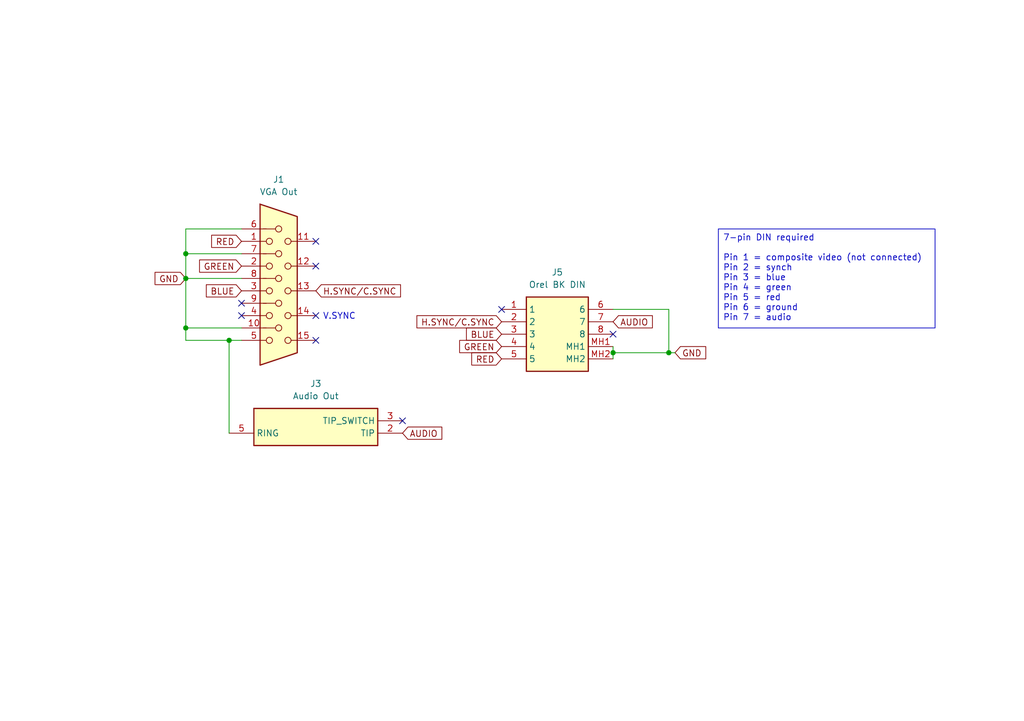
<source format=kicad_sch>
(kicad_sch (version 20250114) (generator "eeschema") (generator_version "9.0")
  (paper "A5")
  (title_block (title "Moldova (Red) BYTE DIN to VGA") (date "20/NOV/2025") (rev "A") (company "Brett Hallen") (comment 1 "www.youtube.com/@Brfff"))
  (lib_symbols
    (symbol "Clueless_Engineer:671-0801"
      (property "Reference" "J" (at 19.05 7.62 0))
      (property "Value" "671-0801" (at 19.05 5.08 0))
      (symbol "671-0801_1_1"
        (rectangle (start 5.08 2.54) (end 17.78 -12.7) (stroke (width 0.254)) (fill (type background)))
        (pin passive line (at 0 0 0) (length 5.08) (name "1") (number "1"))
        (pin passive line (at 0 -2.54 0) (length 5.08) (name "2") (number "2"))
        (pin passive line (at 0 -5.08 0) (length 5.08) (name "3") (number "3"))
        (pin passive line (at 0 -7.62 0) (length 5.08) (name "4") (number "4"))
        (pin passive line (at 0 -10.16 0) (length 5.08) (name "5") (number "5"))
        (pin passive line (at 22.86 0 180) (length 5.08) (name "6") (number "6"))
        (pin passive line (at 22.86 -2.54 180) (length 5.08) (name "7") (number "7"))
        (pin passive line (at 22.86 -5.08 180) (length 5.08) (name "8") (number "8"))
        (pin passive line (at 22.86 -7.62 180) (length 5.08) (name "MH1") (number "MH1"))
        (pin passive line (at 22.86 -10.16 180) (length 5.08) (name "MH2") (number "MH2"))
      )
    )
    (symbol "Clueless_Engineer:SJ3-350820B-TR"
      (property "Reference" "J" (at 31.75 7.62 0))
      (property "Value" "SJ3-350820B-TR" (at 31.75 5.08 0))
      (symbol "SJ3-350820B-TR_1_1"
        (rectangle (start 5.08 2.54) (end 30.48 -5.08) (stroke (width 0.254)) (fill (type background)))
        (pin passive line (at 0 0 0) (length 5.08) (name "TIP") (number "2"))
        (pin passive line (at 0 -2.54 0) (length 5.08) (name "TIP_SWITCH") (number "3"))
        (pin passive line (at 35.56 0 180) (length 5.08) (name "RING") (number "5"))
      )
    )
    (symbol "Connector:DE15_Socket_HighDensity" (pin_names (offset 1.016) (hide yes))
      (property "Reference" "J" (at 0 21.59 0))
      (property "Value" "DE15_Socket_HighDensity" (at 0 19.05 0))
      (symbol "DE15_Socket_HighDensity_0_1"
        (polyline (pts (xy -3.81 17.78) (xy -3.81 -15.24) (xy 3.81 -12.7) (xy 3.81 15.24) (xy -3.81 17.78)) (stroke (width 0.254)) (fill (type background)))
        (polyline (pts (xy -3.175 7.62) (xy -0.635 7.62)))
        (circle (center -1.905 10.16) (radius 0.635))
        (circle (center -1.905 5.08) (radius 0.635))
        (circle (center -1.905 0) (radius 0.635))
        (circle (center -1.905 -5.08) (radius 0.635))
        (circle (center -1.905 -10.16) (radius 0.635))
        (polyline (pts (xy -0.635 12.7) (xy -3.175 12.7)))
        (polyline (pts (xy -0.635 2.54) (xy -3.175 2.54)))
        (polyline (pts (xy -0.635 -2.54) (xy -3.175 -2.54)))
        (polyline (pts (xy -0.635 -7.62) (xy -3.175 -7.62)))
        (circle (center 0 12.7) (radius 0.635))
        (circle (center 0 7.62) (radius 0.635))
        (circle (center 0 2.54) (radius 0.635))
        (circle (center 0 -2.54) (radius 0.635))
        (circle (center 0 -7.62) (radius 0.635))
        (circle (center 1.905 10.16) (radius 0.635))
        (circle (center 1.905 5.08) (radius 0.635))
        (circle (center 1.905 0) (radius 0.635))
        (circle (center 1.905 -5.08) (radius 0.635))
        (circle (center 1.905 -10.16) (radius 0.635))
      )
      (symbol "DE15_Socket_HighDensity_1_1"
        (pin passive line (at -7.62 12.7 0) (length 5.08) (name "~") (number "6"))
        (pin passive line (at -7.62 10.16 0) (length 5.08) (name "~") (number "1"))
        (pin passive line (at -7.62 7.62 0) (length 5.08) (name "~") (number "7"))
        (pin passive line (at -7.62 5.08 0) (length 5.08) (name "~") (number "2"))
        (pin passive line (at -7.62 2.54 0) (length 5.08) (name "~") (number "8"))
        (pin passive line (at -7.62 0 0) (length 5.08) (name "~") (number "3"))
        (pin passive line (at -7.62 -2.54 0) (length 5.08) (name "~") (number "9"))
        (pin passive line (at -7.62 -5.08 0) (length 5.08) (name "~") (number "4"))
        (pin passive line (at -7.62 -7.62 0) (length 5.08) (name "~") (number "10"))
        (pin passive line (at -7.62 -10.16 0) (length 5.08) (name "~") (number "5"))
        (pin passive line (at 7.62 10.16 180) (length 5.08) (name "~") (number "11"))
        (pin passive line (at 7.62 5.08 180) (length 5.08) (name "~") (number "12"))
        (pin passive line (at 7.62 0 180) (length 5.08) (name "~") (number "13"))
        (pin passive line (at 7.62 -5.08 180) (length 5.08) (name "~") (number "14"))
        (pin passive line (at 7.62 -10.16 180) (length 5.08) (name "~") (number "15"))
      )
    )
  )
  (text "V.SYNC" (at 69.596 65.024 0) (effects (font (size 1.27 1.27))))
  (text_box "7-pin DIN required\n\nPin 1 = composite video (not connected)\nPin 2 = synch\nPin 3 = blue\nPin 4 = green\nPin 5 = red\nPin 6 = ground\nPin 7 = audio" (at 147.32 46.99 0) (size 44.45 20.32) (margins 0.9525 0.9525 0.9525 0.9525) (effects (font (size 1.27 1.27)) (justify left top)))
  (junction (at 38.1 57.15))
  (junction (at 38.1 52.07))
  (junction (at 38.1 67.31))
  (junction (at 46.99 69.85))
  (junction (at 125.73 72.39))
  (junction (at 137.16 72.39))
  (no_connect (at 64.77 69.85))
  (no_connect (at 64.77 54.61))
  (no_connect (at 49.53 64.77))
  (no_connect (at 125.73 68.58))
  (no_connect (at 82.55 86.36))
  (no_connect (at 102.87 63.5))
  (no_connect (at 64.77 49.53))
  (no_connect (at 49.53 62.23))
  (no_connect (at 64.77 64.77))
  (wire (pts (xy 38.1 67.31) (xy 49.53 67.31)))
  (wire (pts (xy 38.1 57.15) (xy 38.1 67.31)))
  (wire (pts (xy 38.1 46.99) (xy 49.53 46.99)))
  (wire (pts (xy 137.16 72.39) (xy 138.43 72.39)))
  (wire (pts (xy 49.53 69.85) (xy 46.99 69.85)))
  (wire (pts (xy 46.99 69.85) (xy 38.1 69.85)))
  (wire (pts (xy 38.1 57.15) (xy 49.53 57.15)))
  (wire (pts (xy 125.73 72.39) (xy 125.73 73.66)))
  (wire (pts (xy 137.16 63.5) (xy 137.16 72.39)))
  (wire (pts (xy 125.73 71.12) (xy 125.73 72.39)))
  (wire (pts (xy 125.73 63.5) (xy 137.16 63.5)))
  (wire (pts (xy 125.73 72.39) (xy 137.16 72.39)))
  (wire (pts (xy 38.1 57.15) (xy 38.1 52.07)))
  (wire (pts (xy 38.1 69.85) (xy 38.1 67.31)))
  (wire (pts (xy 38.1 52.07) (xy 38.1 46.99)))
  (wire (pts (xy 38.1 52.07) (xy 49.53 52.07)))
  (wire (pts (xy 46.99 69.85) (xy 46.99 88.9)))
  (global_label "RED" (shape input) (at 102.87 73.66 180) (property "Intersheetrefs" "${INTERSHEET_REFS}" (effects (hide yes))))
  (global_label "BLUE" (shape input) (at 49.53 59.69 180) (property "Intersheetrefs" "${INTERSHEET_REFS}" (effects (hide yes))))
  (global_label "GND" (shape input) (at 38.1 57.15 180) (property "Intersheetrefs" "${INTERSHEET_REFS}" (effects (hide yes))))
  (global_label "AUDIO" (shape input) (at 82.55 88.9 0) (property "Intersheetrefs" "${INTERSHEET_REFS}" (effects (hide yes))))
  (global_label "GREEN" (shape input) (at 102.87 71.12 180) (property "Intersheetrefs" "${INTERSHEET_REFS}" (effects (hide yes))))
  (global_label "GREEN" (shape input) (at 49.53 54.61 180) (property "Intersheetrefs" "${INTERSHEET_REFS}" (effects (hide yes))))
  (global_label "RED" (shape input) (at 49.53 49.53 180) (property "Intersheetrefs" "${INTERSHEET_REFS}" (effects (hide yes))))
  (global_label "AUDIO" (shape input) (at 125.73 66.04 0) (property "Intersheetrefs" "${INTERSHEET_REFS}" (effects (hide yes))))
  (global_label "BLUE" (shape input) (at 102.87 68.58 180) (property "Intersheetrefs" "${INTERSHEET_REFS}" (effects (hide yes))))
  (global_label "H.SYNC{slash}C.SYNC" (shape input) (at 102.87 66.04 180) (property "Intersheetrefs" "${INTERSHEET_REFS}" (effects (hide yes))))
  (global_label "GND" (shape input) (at 138.43 72.39 0) (property "Intersheetrefs" "${INTERSHEET_REFS}" (effects (hide yes))))
  (global_label "H.SYNC{slash}C.SYNC" (shape input) (at 64.77 59.69 0) (property "Intersheetrefs" "${INTERSHEET_REFS}" (effects (hide yes))))
  (symbol (lib_id "Clueless_Engineer:671-0801") (at 102.87 63.5 0) (unit 1)
    (property "Reference" "J5" (at 114.3 55.88 0))
    (property "Value" "Orel BK DIN" (at 114.3 58.42 0))
    (property "Footprint" "Clueless_Engineer:6710801" (effects (hide yes)))
    (property "Datasheet" "https://www.mouser.co.uk/datasheet/2/458/deltron-671-0401-4-way-din-socket-data-1859903.pdf" (effects (hide yes)))
    (property "Description" "Deltron 8 Pole Right Angle Din Socket Socket, 2A, 100 V ac, Lockable" (effects (hide yes)))
    (property "Height" "19.5" (effects (hide yes)))
    (property "Manufacturer_Name" "DELTRON COMPONENTS" (effects (hide yes)))
    (property "Manufacturer_Part_Number" "671-0801" (effects (hide yes)))
  )
  (symbol (lib_id "Connector:DE15_Socket_HighDensity") (at 57.15 59.69 0) (unit 1)
    (property "Reference" "J1" (at 57.15 36.83 0))
    (property "Value" "VGA Out" (at 57.15 39.37 0))
    (property "Footprint" "Connector_Dsub:DSUB-15-HD_Socket_Horizontal_P2.29x2.54mm_EdgePinOffset8.35mm_Housed_MountingHolesOffset10.89mm" (effects (hide yes)))
    (property "Description" "15-pin D-SUB connector, socket (female), High density (3 columns), Triple Row, Generic, VGA-connector" (effects (hide yes)))
  )
  (symbol (lib_id "Clueless_Engineer:SJ3-350820B-TR") (at 82.55 88.9 180) (unit 1)
    (property "Reference" "J3" (at 64.77 78.74 0))
    (property "Value" "Audio Out" (at 64.77 81.28 0))
    (property "Footprint" "Clueless_Engineer:SJ3350820BTR" (effects (hide yes)))
    (property "Datasheet" "https://www.sameskydevices.com/product/resource/supplyframepdf/sj3-3508x.pdf" (effects (hide yes)))
    (property "Description" "3.5 mm Stereo Jack, Through Hole, 2 Conductors, 1 Internal Switches,  Tape & Reel Packaging" (effects (hide yes)))
    (property "Height" "5.3" (effects (hide yes)))
    (property "Mouser Part Number" "179-SJ3-350820B-TR" (effects (hide yes)))
    (property "Mouser Price/Stock" "https://www.mouser.co.uk/ProductDetail/Same-Sky/SJ3-350820B-TR?qs=IKkN%2F947nfBCsohFK16iQg%3D%3D" (effects (hide yes)))
    (property "Manufacturer_Name" "Same Sky" (effects (hide yes)))
    (property "Manufacturer_Part_Number" "SJ3-350820B-TR" (effects (hide yes)))
  )
)
</source>
